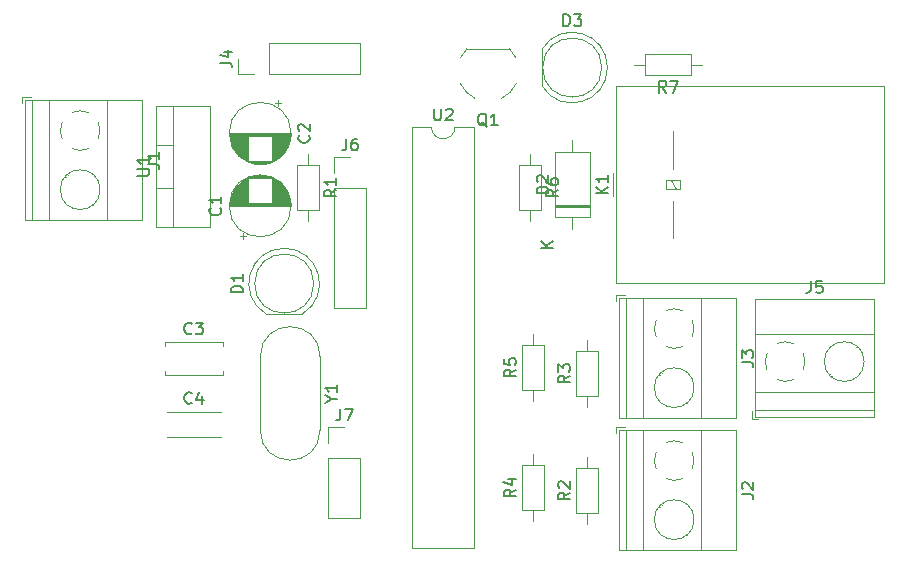
<source format=gbr>
%TF.GenerationSoftware,KiCad,Pcbnew,(5.1.12)-1*%
%TF.CreationDate,2022-04-15T18:24:28+05:30*%
%TF.ProjectId,piezo,7069657a-6f2e-46b6-9963-61645f706362,rev?*%
%TF.SameCoordinates,Original*%
%TF.FileFunction,Legend,Top*%
%TF.FilePolarity,Positive*%
%FSLAX46Y46*%
G04 Gerber Fmt 4.6, Leading zero omitted, Abs format (unit mm)*
G04 Created by KiCad (PCBNEW (5.1.12)-1) date 2022-04-15 18:24:28*
%MOMM*%
%LPD*%
G01*
G04 APERTURE LIST*
%ADD10C,0.120000*%
%ADD11C,0.150000*%
G04 APERTURE END LIST*
D10*
%TO.C,Q1*%
X93748000Y-74858000D02*
X90148000Y-74858000D01*
X89623816Y-75585205D02*
G75*
G02*
X90148000Y-74858000I2324184J-1122795D01*
G01*
X89592543Y-77806371D02*
G75*
G03*
X90838000Y-79058000I2355457J1098371D01*
G01*
X94315199Y-77811842D02*
G75*
G02*
X93088000Y-79058000I-2367199J1103842D01*
G01*
X94272184Y-75585205D02*
G75*
G03*
X93748000Y-74858000I-2324184J-1122795D01*
G01*
%TO.C,C4*%
X69286000Y-107735000D02*
X69286000Y-107750000D01*
X69286000Y-105610000D02*
X69286000Y-105625000D01*
X64746000Y-107735000D02*
X64746000Y-107750000D01*
X64746000Y-105610000D02*
X64746000Y-105625000D01*
X64746000Y-107750000D02*
X69286000Y-107750000D01*
X64746000Y-105610000D02*
X69286000Y-105610000D01*
%TO.C,C3*%
X69486000Y-102147000D02*
X69486000Y-102462000D01*
X69486000Y-99722000D02*
X69486000Y-100037000D01*
X64546000Y-102147000D02*
X64546000Y-102462000D01*
X64546000Y-99722000D02*
X64546000Y-100037000D01*
X64546000Y-102462000D02*
X69486000Y-102462000D01*
X64546000Y-99722000D02*
X69486000Y-99722000D01*
%TO.C,J7*%
X78426000Y-106874000D02*
X79756000Y-106874000D01*
X78426000Y-108204000D02*
X78426000Y-106874000D01*
X78426000Y-109474000D02*
X81086000Y-109474000D01*
X81086000Y-109474000D02*
X81086000Y-114614000D01*
X78426000Y-109474000D02*
X78426000Y-114614000D01*
X78426000Y-114614000D02*
X81086000Y-114614000D01*
%TO.C,J6*%
X78934000Y-84014000D02*
X80264000Y-84014000D01*
X78934000Y-85344000D02*
X78934000Y-84014000D01*
X78934000Y-86614000D02*
X81594000Y-86614000D01*
X81594000Y-86614000D02*
X81594000Y-96834000D01*
X78934000Y-86614000D02*
X78934000Y-96834000D01*
X78934000Y-96834000D02*
X81594000Y-96834000D01*
%TO.C,Y1*%
X72659000Y-100915000D02*
X72659000Y-107165000D01*
X77709000Y-100915000D02*
X77709000Y-107165000D01*
X72659000Y-107165000D02*
G75*
G03*
X77709000Y-107165000I2525000J0D01*
G01*
X72659000Y-100915000D02*
G75*
G02*
X77709000Y-100915000I2525000J0D01*
G01*
%TO.C,U2*%
X90788000Y-81474000D02*
X89138000Y-81474000D01*
X90788000Y-117154000D02*
X90788000Y-81474000D01*
X85488000Y-117154000D02*
X90788000Y-117154000D01*
X85488000Y-81474000D02*
X85488000Y-117154000D01*
X87138000Y-81474000D02*
X85488000Y-81474000D01*
X89138000Y-81474000D02*
G75*
G02*
X87138000Y-81474000I-1000000J0D01*
G01*
%TO.C,U1*%
X63786000Y-82985000D02*
X65296000Y-82985000D01*
X63786000Y-86686000D02*
X65296000Y-86686000D01*
X65296000Y-89956000D02*
X65296000Y-79716000D01*
X63786000Y-79716000D02*
X68427000Y-79716000D01*
X63786000Y-89956000D02*
X68427000Y-89956000D01*
X68427000Y-89956000D02*
X68427000Y-79716000D01*
X63786000Y-89956000D02*
X63786000Y-79716000D01*
%TO.C,R7*%
X104318000Y-76200000D02*
X105268000Y-76200000D01*
X110058000Y-76200000D02*
X109108000Y-76200000D01*
X105268000Y-77120000D02*
X109108000Y-77120000D01*
X105268000Y-75280000D02*
X105268000Y-77120000D01*
X109108000Y-75280000D02*
X105268000Y-75280000D01*
X109108000Y-77120000D02*
X109108000Y-75280000D01*
%TO.C,R6*%
X95504000Y-89484000D02*
X95504000Y-88534000D01*
X95504000Y-83744000D02*
X95504000Y-84694000D01*
X96424000Y-88534000D02*
X96424000Y-84694000D01*
X94584000Y-88534000D02*
X96424000Y-88534000D01*
X94584000Y-84694000D02*
X94584000Y-88534000D01*
X96424000Y-84694000D02*
X94584000Y-84694000D01*
%TO.C,R5*%
X95758000Y-98984000D02*
X95758000Y-99934000D01*
X95758000Y-104724000D02*
X95758000Y-103774000D01*
X94838000Y-99934000D02*
X94838000Y-103774000D01*
X96678000Y-99934000D02*
X94838000Y-99934000D01*
X96678000Y-103774000D02*
X96678000Y-99934000D01*
X94838000Y-103774000D02*
X96678000Y-103774000D01*
%TO.C,R4*%
X95758000Y-109144000D02*
X95758000Y-110094000D01*
X95758000Y-114884000D02*
X95758000Y-113934000D01*
X94838000Y-110094000D02*
X94838000Y-113934000D01*
X96678000Y-110094000D02*
X94838000Y-110094000D01*
X96678000Y-113934000D02*
X96678000Y-110094000D01*
X94838000Y-113934000D02*
X96678000Y-113934000D01*
%TO.C,R3*%
X100330000Y-99492000D02*
X100330000Y-100442000D01*
X100330000Y-105232000D02*
X100330000Y-104282000D01*
X99410000Y-100442000D02*
X99410000Y-104282000D01*
X101250000Y-100442000D02*
X99410000Y-100442000D01*
X101250000Y-104282000D02*
X101250000Y-100442000D01*
X99410000Y-104282000D02*
X101250000Y-104282000D01*
%TO.C,R2*%
X100330000Y-109398000D02*
X100330000Y-110348000D01*
X100330000Y-115138000D02*
X100330000Y-114188000D01*
X99410000Y-110348000D02*
X99410000Y-114188000D01*
X101250000Y-110348000D02*
X99410000Y-110348000D01*
X101250000Y-114188000D02*
X101250000Y-110348000D01*
X99410000Y-114188000D02*
X101250000Y-114188000D01*
%TO.C,R1*%
X76708000Y-89484000D02*
X76708000Y-88534000D01*
X76708000Y-83744000D02*
X76708000Y-84694000D01*
X77628000Y-88534000D02*
X77628000Y-84694000D01*
X75788000Y-88534000D02*
X77628000Y-88534000D01*
X75788000Y-84694000D02*
X75788000Y-88534000D01*
X77628000Y-84694000D02*
X75788000Y-84694000D01*
%TO.C,K1*%
X107610000Y-85010000D02*
X107610000Y-81860000D01*
X107610000Y-90860000D02*
X107610000Y-87710000D01*
X102500000Y-87360000D02*
X102500000Y-85360000D01*
X108210000Y-86710000D02*
X108210000Y-86010000D01*
X107010000Y-86710000D02*
X108210000Y-86710000D01*
X107010000Y-86010000D02*
X107010000Y-86710000D01*
X108210000Y-86010000D02*
X107010000Y-86010000D01*
X107810000Y-86710000D02*
X107410000Y-86010000D01*
X125460000Y-94710000D02*
X125460000Y-78010000D01*
X102760000Y-94710000D02*
X125460000Y-94710000D01*
X102760000Y-78010000D02*
X102760000Y-94710000D01*
X125460000Y-78010000D02*
X102760000Y-78010000D01*
%TO.C,J5*%
X114294000Y-106246000D02*
X114794000Y-106246000D01*
X114294000Y-105506000D02*
X114294000Y-106246000D01*
X120867000Y-102369000D02*
X120820000Y-102415000D01*
X123164000Y-100071000D02*
X123129000Y-100107000D01*
X121060000Y-102585000D02*
X121025000Y-102620000D01*
X123369000Y-100277000D02*
X123322000Y-100323000D01*
X124654000Y-96085000D02*
X124654000Y-106006000D01*
X114534000Y-96085000D02*
X114534000Y-106006000D01*
X114534000Y-106006000D02*
X124654000Y-106006000D01*
X114534000Y-96085000D02*
X124654000Y-96085000D01*
X114534000Y-99045000D02*
X124654000Y-99045000D01*
X114534000Y-103946000D02*
X124654000Y-103946000D01*
X114534000Y-105446000D02*
X124654000Y-105446000D01*
X123774000Y-101346000D02*
G75*
G03*
X123774000Y-101346000I-1680000J0D01*
G01*
X117122805Y-103026253D02*
G75*
G02*
X116410000Y-102881000I-28805J1680253D01*
G01*
X115558574Y-102029042D02*
G75*
G02*
X115559000Y-100662000I1535426J683042D01*
G01*
X116410958Y-99810574D02*
G75*
G02*
X117778000Y-99811000I683042J-1535426D01*
G01*
X118629426Y-100662958D02*
G75*
G02*
X118629000Y-102030000I-1535426J-683042D01*
G01*
X117777318Y-102880756D02*
G75*
G02*
X117094000Y-103026000I-683318J1534756D01*
G01*
%TO.C,J4*%
X70806000Y-77022000D02*
X70806000Y-75692000D01*
X72136000Y-77022000D02*
X70806000Y-77022000D01*
X73406000Y-77022000D02*
X73406000Y-74362000D01*
X73406000Y-74362000D02*
X81086000Y-74362000D01*
X73406000Y-77022000D02*
X81086000Y-77022000D01*
X81086000Y-77022000D02*
X81086000Y-74362000D01*
%TO.C,J3*%
X102796000Y-95752000D02*
X102796000Y-96252000D01*
X103536000Y-95752000D02*
X102796000Y-95752000D01*
X106673000Y-102325000D02*
X106627000Y-102278000D01*
X108971000Y-104622000D02*
X108935000Y-104587000D01*
X106457000Y-102518000D02*
X106422000Y-102483000D01*
X108765000Y-104827000D02*
X108719000Y-104780000D01*
X112957000Y-106112000D02*
X103036000Y-106112000D01*
X112957000Y-95992000D02*
X103036000Y-95992000D01*
X103036000Y-95992000D02*
X103036000Y-106112000D01*
X112957000Y-95992000D02*
X112957000Y-106112000D01*
X109997000Y-95992000D02*
X109997000Y-106112000D01*
X105096000Y-95992000D02*
X105096000Y-106112000D01*
X103596000Y-95992000D02*
X103596000Y-106112000D01*
X109376000Y-103552000D02*
G75*
G03*
X109376000Y-103552000I-1680000J0D01*
G01*
X106015747Y-98580805D02*
G75*
G02*
X106161000Y-97868000I1680253J28805D01*
G01*
X107012958Y-97016574D02*
G75*
G02*
X108380000Y-97017000I683042J-1535426D01*
G01*
X109231426Y-97868958D02*
G75*
G02*
X109231000Y-99236000I-1535426J-683042D01*
G01*
X108379042Y-100087426D02*
G75*
G02*
X107012000Y-100087000I-683042J1535426D01*
G01*
X106161244Y-99235318D02*
G75*
G02*
X106016000Y-98552000I1534756J683318D01*
G01*
%TO.C,J2*%
X102796000Y-106928000D02*
X102796000Y-107428000D01*
X103536000Y-106928000D02*
X102796000Y-106928000D01*
X106673000Y-113501000D02*
X106627000Y-113454000D01*
X108971000Y-115798000D02*
X108935000Y-115763000D01*
X106457000Y-113694000D02*
X106422000Y-113659000D01*
X108765000Y-116003000D02*
X108719000Y-115956000D01*
X112957000Y-117288000D02*
X103036000Y-117288000D01*
X112957000Y-107168000D02*
X103036000Y-107168000D01*
X103036000Y-107168000D02*
X103036000Y-117288000D01*
X112957000Y-107168000D02*
X112957000Y-117288000D01*
X109997000Y-107168000D02*
X109997000Y-117288000D01*
X105096000Y-107168000D02*
X105096000Y-117288000D01*
X103596000Y-107168000D02*
X103596000Y-117288000D01*
X109376000Y-114728000D02*
G75*
G03*
X109376000Y-114728000I-1680000J0D01*
G01*
X106015747Y-109756805D02*
G75*
G02*
X106161000Y-109044000I1680253J28805D01*
G01*
X107012958Y-108192574D02*
G75*
G02*
X108380000Y-108193000I683042J-1535426D01*
G01*
X109231426Y-109044958D02*
G75*
G02*
X109231000Y-110412000I-1535426J-683042D01*
G01*
X108379042Y-111263426D02*
G75*
G02*
X107012000Y-111263000I-683042J1535426D01*
G01*
X106161244Y-110411318D02*
G75*
G02*
X106016000Y-109728000I1534756J683318D01*
G01*
%TO.C,J1*%
X52504000Y-78988000D02*
X52504000Y-79488000D01*
X53244000Y-78988000D02*
X52504000Y-78988000D01*
X56381000Y-85561000D02*
X56335000Y-85514000D01*
X58679000Y-87858000D02*
X58643000Y-87823000D01*
X56165000Y-85754000D02*
X56130000Y-85719000D01*
X58473000Y-88063000D02*
X58427000Y-88016000D01*
X62665000Y-89348000D02*
X52744000Y-89348000D01*
X62665000Y-79228000D02*
X52744000Y-79228000D01*
X52744000Y-79228000D02*
X52744000Y-89348000D01*
X62665000Y-79228000D02*
X62665000Y-89348000D01*
X59705000Y-79228000D02*
X59705000Y-89348000D01*
X54804000Y-79228000D02*
X54804000Y-89348000D01*
X53304000Y-79228000D02*
X53304000Y-89348000D01*
X59084000Y-86788000D02*
G75*
G03*
X59084000Y-86788000I-1680000J0D01*
G01*
X55723747Y-81816805D02*
G75*
G02*
X55869000Y-81104000I1680253J28805D01*
G01*
X56720958Y-80252574D02*
G75*
G02*
X58088000Y-80253000I683042J-1535426D01*
G01*
X58939426Y-81104958D02*
G75*
G02*
X58939000Y-82472000I-1535426J-683042D01*
G01*
X58087042Y-83323426D02*
G75*
G02*
X56720000Y-83323000I-683042J1535426D01*
G01*
X55869244Y-82471318D02*
G75*
G02*
X55724000Y-81788000I1534756J683318D01*
G01*
%TO.C,D3*%
X96500000Y-74909000D02*
X96500000Y-77999000D01*
X101560000Y-76454000D02*
G75*
G03*
X101560000Y-76454000I-2500000J0D01*
G01*
X102050000Y-76453538D02*
G75*
G02*
X96500000Y-77998830I-2990000J-462D01*
G01*
X102050000Y-76454462D02*
G75*
G03*
X96500000Y-74909170I-2990000J462D01*
G01*
%TO.C,D2*%
X97590000Y-88300000D02*
X100530000Y-88300000D01*
X97590000Y-88060000D02*
X100530000Y-88060000D01*
X97590000Y-88180000D02*
X100530000Y-88180000D01*
X99060000Y-82620000D02*
X99060000Y-83640000D01*
X99060000Y-90100000D02*
X99060000Y-89080000D01*
X97590000Y-83640000D02*
X97590000Y-89080000D01*
X100530000Y-83640000D02*
X97590000Y-83640000D01*
X100530000Y-89080000D02*
X100530000Y-83640000D01*
X97590000Y-89080000D02*
X100530000Y-89080000D01*
%TO.C,D1*%
X73131000Y-97302000D02*
X76221000Y-97302000D01*
X77176000Y-94742000D02*
G75*
G03*
X77176000Y-94742000I-2500000J0D01*
G01*
X74675538Y-91752000D02*
G75*
G02*
X76220830Y-97302000I462J-2990000D01*
G01*
X74676462Y-91752000D02*
G75*
G03*
X73131170Y-97302000I-462J-2990000D01*
G01*
%TO.C,C2*%
X74369000Y-79467225D02*
X73869000Y-79467225D01*
X74119000Y-79217225D02*
X74119000Y-79717225D01*
X72928000Y-84623000D02*
X72360000Y-84623000D01*
X73162000Y-84583000D02*
X72126000Y-84583000D01*
X73321000Y-84543000D02*
X71967000Y-84543000D01*
X73449000Y-84503000D02*
X71839000Y-84503000D01*
X73559000Y-84463000D02*
X71729000Y-84463000D01*
X73655000Y-84423000D02*
X71633000Y-84423000D01*
X73742000Y-84383000D02*
X71546000Y-84383000D01*
X73822000Y-84343000D02*
X71466000Y-84343000D01*
X71604000Y-84303000D02*
X71393000Y-84303000D01*
X73895000Y-84303000D02*
X73684000Y-84303000D01*
X71604000Y-84263000D02*
X71325000Y-84263000D01*
X73963000Y-84263000D02*
X73684000Y-84263000D01*
X71604000Y-84223000D02*
X71261000Y-84223000D01*
X74027000Y-84223000D02*
X73684000Y-84223000D01*
X71604000Y-84183000D02*
X71201000Y-84183000D01*
X74087000Y-84183000D02*
X73684000Y-84183000D01*
X71604000Y-84143000D02*
X71144000Y-84143000D01*
X74144000Y-84143000D02*
X73684000Y-84143000D01*
X71604000Y-84103000D02*
X71090000Y-84103000D01*
X74198000Y-84103000D02*
X73684000Y-84103000D01*
X71604000Y-84063000D02*
X71039000Y-84063000D01*
X74249000Y-84063000D02*
X73684000Y-84063000D01*
X71604000Y-84023000D02*
X70991000Y-84023000D01*
X74297000Y-84023000D02*
X73684000Y-84023000D01*
X71604000Y-83983000D02*
X70945000Y-83983000D01*
X74343000Y-83983000D02*
X73684000Y-83983000D01*
X71604000Y-83943000D02*
X70901000Y-83943000D01*
X74387000Y-83943000D02*
X73684000Y-83943000D01*
X71604000Y-83903000D02*
X70859000Y-83903000D01*
X74429000Y-83903000D02*
X73684000Y-83903000D01*
X71604000Y-83863000D02*
X70818000Y-83863000D01*
X74470000Y-83863000D02*
X73684000Y-83863000D01*
X71604000Y-83823000D02*
X70780000Y-83823000D01*
X74508000Y-83823000D02*
X73684000Y-83823000D01*
X71604000Y-83783000D02*
X70743000Y-83783000D01*
X74545000Y-83783000D02*
X73684000Y-83783000D01*
X71604000Y-83743000D02*
X70707000Y-83743000D01*
X74581000Y-83743000D02*
X73684000Y-83743000D01*
X71604000Y-83703000D02*
X70673000Y-83703000D01*
X74615000Y-83703000D02*
X73684000Y-83703000D01*
X71604000Y-83663000D02*
X70640000Y-83663000D01*
X74648000Y-83663000D02*
X73684000Y-83663000D01*
X71604000Y-83623000D02*
X70609000Y-83623000D01*
X74679000Y-83623000D02*
X73684000Y-83623000D01*
X71604000Y-83583000D02*
X70579000Y-83583000D01*
X74709000Y-83583000D02*
X73684000Y-83583000D01*
X71604000Y-83543000D02*
X70549000Y-83543000D01*
X74739000Y-83543000D02*
X73684000Y-83543000D01*
X71604000Y-83503000D02*
X70522000Y-83503000D01*
X74766000Y-83503000D02*
X73684000Y-83503000D01*
X71604000Y-83463000D02*
X70495000Y-83463000D01*
X74793000Y-83463000D02*
X73684000Y-83463000D01*
X71604000Y-83423000D02*
X70469000Y-83423000D01*
X74819000Y-83423000D02*
X73684000Y-83423000D01*
X71604000Y-83383000D02*
X70444000Y-83383000D01*
X74844000Y-83383000D02*
X73684000Y-83383000D01*
X71604000Y-83343000D02*
X70420000Y-83343000D01*
X74868000Y-83343000D02*
X73684000Y-83343000D01*
X71604000Y-83303000D02*
X70397000Y-83303000D01*
X74891000Y-83303000D02*
X73684000Y-83303000D01*
X71604000Y-83263000D02*
X70376000Y-83263000D01*
X74912000Y-83263000D02*
X73684000Y-83263000D01*
X71604000Y-83223000D02*
X70354000Y-83223000D01*
X74934000Y-83223000D02*
X73684000Y-83223000D01*
X71604000Y-83183000D02*
X70334000Y-83183000D01*
X74954000Y-83183000D02*
X73684000Y-83183000D01*
X71604000Y-83143000D02*
X70315000Y-83143000D01*
X74973000Y-83143000D02*
X73684000Y-83143000D01*
X71604000Y-83103000D02*
X70296000Y-83103000D01*
X74992000Y-83103000D02*
X73684000Y-83103000D01*
X71604000Y-83063000D02*
X70279000Y-83063000D01*
X75009000Y-83063000D02*
X73684000Y-83063000D01*
X71604000Y-83023000D02*
X70262000Y-83023000D01*
X75026000Y-83023000D02*
X73684000Y-83023000D01*
X71604000Y-82983000D02*
X70246000Y-82983000D01*
X75042000Y-82983000D02*
X73684000Y-82983000D01*
X71604000Y-82943000D02*
X70230000Y-82943000D01*
X75058000Y-82943000D02*
X73684000Y-82943000D01*
X71604000Y-82903000D02*
X70216000Y-82903000D01*
X75072000Y-82903000D02*
X73684000Y-82903000D01*
X71604000Y-82863000D02*
X70202000Y-82863000D01*
X75086000Y-82863000D02*
X73684000Y-82863000D01*
X71604000Y-82823000D02*
X70189000Y-82823000D01*
X75099000Y-82823000D02*
X73684000Y-82823000D01*
X71604000Y-82783000D02*
X70176000Y-82783000D01*
X75112000Y-82783000D02*
X73684000Y-82783000D01*
X71604000Y-82743000D02*
X70164000Y-82743000D01*
X75124000Y-82743000D02*
X73684000Y-82743000D01*
X71604000Y-82702000D02*
X70153000Y-82702000D01*
X75135000Y-82702000D02*
X73684000Y-82702000D01*
X71604000Y-82662000D02*
X70143000Y-82662000D01*
X75145000Y-82662000D02*
X73684000Y-82662000D01*
X71604000Y-82622000D02*
X70133000Y-82622000D01*
X75155000Y-82622000D02*
X73684000Y-82622000D01*
X71604000Y-82582000D02*
X70124000Y-82582000D01*
X75164000Y-82582000D02*
X73684000Y-82582000D01*
X71604000Y-82542000D02*
X70116000Y-82542000D01*
X75172000Y-82542000D02*
X73684000Y-82542000D01*
X71604000Y-82502000D02*
X70108000Y-82502000D01*
X75180000Y-82502000D02*
X73684000Y-82502000D01*
X71604000Y-82462000D02*
X70101000Y-82462000D01*
X75187000Y-82462000D02*
X73684000Y-82462000D01*
X71604000Y-82422000D02*
X70094000Y-82422000D01*
X75194000Y-82422000D02*
X73684000Y-82422000D01*
X71604000Y-82382000D02*
X70088000Y-82382000D01*
X75200000Y-82382000D02*
X73684000Y-82382000D01*
X71604000Y-82342000D02*
X70083000Y-82342000D01*
X75205000Y-82342000D02*
X73684000Y-82342000D01*
X71604000Y-82302000D02*
X70079000Y-82302000D01*
X75209000Y-82302000D02*
X73684000Y-82302000D01*
X71604000Y-82262000D02*
X70075000Y-82262000D01*
X75213000Y-82262000D02*
X73684000Y-82262000D01*
X75217000Y-82222000D02*
X70071000Y-82222000D01*
X75220000Y-82182000D02*
X70068000Y-82182000D01*
X75222000Y-82142000D02*
X70066000Y-82142000D01*
X75223000Y-82102000D02*
X70065000Y-82102000D01*
X75224000Y-82062000D02*
X70064000Y-82062000D01*
X75224000Y-82022000D02*
X70064000Y-82022000D01*
X75264000Y-82022000D02*
G75*
G03*
X75264000Y-82022000I-2620000J0D01*
G01*
%TO.C,C1*%
X70919000Y-90712775D02*
X71419000Y-90712775D01*
X71169000Y-90962775D02*
X71169000Y-90462775D01*
X72360000Y-85557000D02*
X72928000Y-85557000D01*
X72126000Y-85597000D02*
X73162000Y-85597000D01*
X71967000Y-85637000D02*
X73321000Y-85637000D01*
X71839000Y-85677000D02*
X73449000Y-85677000D01*
X71729000Y-85717000D02*
X73559000Y-85717000D01*
X71633000Y-85757000D02*
X73655000Y-85757000D01*
X71546000Y-85797000D02*
X73742000Y-85797000D01*
X71466000Y-85837000D02*
X73822000Y-85837000D01*
X73684000Y-85877000D02*
X73895000Y-85877000D01*
X71393000Y-85877000D02*
X71604000Y-85877000D01*
X73684000Y-85917000D02*
X73963000Y-85917000D01*
X71325000Y-85917000D02*
X71604000Y-85917000D01*
X73684000Y-85957000D02*
X74027000Y-85957000D01*
X71261000Y-85957000D02*
X71604000Y-85957000D01*
X73684000Y-85997000D02*
X74087000Y-85997000D01*
X71201000Y-85997000D02*
X71604000Y-85997000D01*
X73684000Y-86037000D02*
X74144000Y-86037000D01*
X71144000Y-86037000D02*
X71604000Y-86037000D01*
X73684000Y-86077000D02*
X74198000Y-86077000D01*
X71090000Y-86077000D02*
X71604000Y-86077000D01*
X73684000Y-86117000D02*
X74249000Y-86117000D01*
X71039000Y-86117000D02*
X71604000Y-86117000D01*
X73684000Y-86157000D02*
X74297000Y-86157000D01*
X70991000Y-86157000D02*
X71604000Y-86157000D01*
X73684000Y-86197000D02*
X74343000Y-86197000D01*
X70945000Y-86197000D02*
X71604000Y-86197000D01*
X73684000Y-86237000D02*
X74387000Y-86237000D01*
X70901000Y-86237000D02*
X71604000Y-86237000D01*
X73684000Y-86277000D02*
X74429000Y-86277000D01*
X70859000Y-86277000D02*
X71604000Y-86277000D01*
X73684000Y-86317000D02*
X74470000Y-86317000D01*
X70818000Y-86317000D02*
X71604000Y-86317000D01*
X73684000Y-86357000D02*
X74508000Y-86357000D01*
X70780000Y-86357000D02*
X71604000Y-86357000D01*
X73684000Y-86397000D02*
X74545000Y-86397000D01*
X70743000Y-86397000D02*
X71604000Y-86397000D01*
X73684000Y-86437000D02*
X74581000Y-86437000D01*
X70707000Y-86437000D02*
X71604000Y-86437000D01*
X73684000Y-86477000D02*
X74615000Y-86477000D01*
X70673000Y-86477000D02*
X71604000Y-86477000D01*
X73684000Y-86517000D02*
X74648000Y-86517000D01*
X70640000Y-86517000D02*
X71604000Y-86517000D01*
X73684000Y-86557000D02*
X74679000Y-86557000D01*
X70609000Y-86557000D02*
X71604000Y-86557000D01*
X73684000Y-86597000D02*
X74709000Y-86597000D01*
X70579000Y-86597000D02*
X71604000Y-86597000D01*
X73684000Y-86637000D02*
X74739000Y-86637000D01*
X70549000Y-86637000D02*
X71604000Y-86637000D01*
X73684000Y-86677000D02*
X74766000Y-86677000D01*
X70522000Y-86677000D02*
X71604000Y-86677000D01*
X73684000Y-86717000D02*
X74793000Y-86717000D01*
X70495000Y-86717000D02*
X71604000Y-86717000D01*
X73684000Y-86757000D02*
X74819000Y-86757000D01*
X70469000Y-86757000D02*
X71604000Y-86757000D01*
X73684000Y-86797000D02*
X74844000Y-86797000D01*
X70444000Y-86797000D02*
X71604000Y-86797000D01*
X73684000Y-86837000D02*
X74868000Y-86837000D01*
X70420000Y-86837000D02*
X71604000Y-86837000D01*
X73684000Y-86877000D02*
X74891000Y-86877000D01*
X70397000Y-86877000D02*
X71604000Y-86877000D01*
X73684000Y-86917000D02*
X74912000Y-86917000D01*
X70376000Y-86917000D02*
X71604000Y-86917000D01*
X73684000Y-86957000D02*
X74934000Y-86957000D01*
X70354000Y-86957000D02*
X71604000Y-86957000D01*
X73684000Y-86997000D02*
X74954000Y-86997000D01*
X70334000Y-86997000D02*
X71604000Y-86997000D01*
X73684000Y-87037000D02*
X74973000Y-87037000D01*
X70315000Y-87037000D02*
X71604000Y-87037000D01*
X73684000Y-87077000D02*
X74992000Y-87077000D01*
X70296000Y-87077000D02*
X71604000Y-87077000D01*
X73684000Y-87117000D02*
X75009000Y-87117000D01*
X70279000Y-87117000D02*
X71604000Y-87117000D01*
X73684000Y-87157000D02*
X75026000Y-87157000D01*
X70262000Y-87157000D02*
X71604000Y-87157000D01*
X73684000Y-87197000D02*
X75042000Y-87197000D01*
X70246000Y-87197000D02*
X71604000Y-87197000D01*
X73684000Y-87237000D02*
X75058000Y-87237000D01*
X70230000Y-87237000D02*
X71604000Y-87237000D01*
X73684000Y-87277000D02*
X75072000Y-87277000D01*
X70216000Y-87277000D02*
X71604000Y-87277000D01*
X73684000Y-87317000D02*
X75086000Y-87317000D01*
X70202000Y-87317000D02*
X71604000Y-87317000D01*
X73684000Y-87357000D02*
X75099000Y-87357000D01*
X70189000Y-87357000D02*
X71604000Y-87357000D01*
X73684000Y-87397000D02*
X75112000Y-87397000D01*
X70176000Y-87397000D02*
X71604000Y-87397000D01*
X73684000Y-87437000D02*
X75124000Y-87437000D01*
X70164000Y-87437000D02*
X71604000Y-87437000D01*
X73684000Y-87478000D02*
X75135000Y-87478000D01*
X70153000Y-87478000D02*
X71604000Y-87478000D01*
X73684000Y-87518000D02*
X75145000Y-87518000D01*
X70143000Y-87518000D02*
X71604000Y-87518000D01*
X73684000Y-87558000D02*
X75155000Y-87558000D01*
X70133000Y-87558000D02*
X71604000Y-87558000D01*
X73684000Y-87598000D02*
X75164000Y-87598000D01*
X70124000Y-87598000D02*
X71604000Y-87598000D01*
X73684000Y-87638000D02*
X75172000Y-87638000D01*
X70116000Y-87638000D02*
X71604000Y-87638000D01*
X73684000Y-87678000D02*
X75180000Y-87678000D01*
X70108000Y-87678000D02*
X71604000Y-87678000D01*
X73684000Y-87718000D02*
X75187000Y-87718000D01*
X70101000Y-87718000D02*
X71604000Y-87718000D01*
X73684000Y-87758000D02*
X75194000Y-87758000D01*
X70094000Y-87758000D02*
X71604000Y-87758000D01*
X73684000Y-87798000D02*
X75200000Y-87798000D01*
X70088000Y-87798000D02*
X71604000Y-87798000D01*
X73684000Y-87838000D02*
X75205000Y-87838000D01*
X70083000Y-87838000D02*
X71604000Y-87838000D01*
X73684000Y-87878000D02*
X75209000Y-87878000D01*
X70079000Y-87878000D02*
X71604000Y-87878000D01*
X73684000Y-87918000D02*
X75213000Y-87918000D01*
X70075000Y-87918000D02*
X71604000Y-87918000D01*
X70071000Y-87958000D02*
X75217000Y-87958000D01*
X70068000Y-87998000D02*
X75220000Y-87998000D01*
X70066000Y-88038000D02*
X75222000Y-88038000D01*
X70065000Y-88078000D02*
X75223000Y-88078000D01*
X70064000Y-88118000D02*
X75224000Y-88118000D01*
X70064000Y-88158000D02*
X75224000Y-88158000D01*
X75264000Y-88158000D02*
G75*
G03*
X75264000Y-88158000I-2620000J0D01*
G01*
%TO.C,Q1*%
D11*
X91842761Y-81445619D02*
X91747523Y-81398000D01*
X91652285Y-81302761D01*
X91509428Y-81159904D01*
X91414190Y-81112285D01*
X91318952Y-81112285D01*
X91366571Y-81350380D02*
X91271333Y-81302761D01*
X91176095Y-81207523D01*
X91128476Y-81017047D01*
X91128476Y-80683714D01*
X91176095Y-80493238D01*
X91271333Y-80398000D01*
X91366571Y-80350380D01*
X91557047Y-80350380D01*
X91652285Y-80398000D01*
X91747523Y-80493238D01*
X91795142Y-80683714D01*
X91795142Y-81017047D01*
X91747523Y-81207523D01*
X91652285Y-81302761D01*
X91557047Y-81350380D01*
X91366571Y-81350380D01*
X92747523Y-81350380D02*
X92176095Y-81350380D01*
X92461809Y-81350380D02*
X92461809Y-80350380D01*
X92366571Y-80493238D01*
X92271333Y-80588476D01*
X92176095Y-80636095D01*
%TO.C,C4*%
X66849333Y-104837142D02*
X66801714Y-104884761D01*
X66658857Y-104932380D01*
X66563619Y-104932380D01*
X66420761Y-104884761D01*
X66325523Y-104789523D01*
X66277904Y-104694285D01*
X66230285Y-104503809D01*
X66230285Y-104360952D01*
X66277904Y-104170476D01*
X66325523Y-104075238D01*
X66420761Y-103980000D01*
X66563619Y-103932380D01*
X66658857Y-103932380D01*
X66801714Y-103980000D01*
X66849333Y-104027619D01*
X67706476Y-104265714D02*
X67706476Y-104932380D01*
X67468380Y-103884761D02*
X67230285Y-104599047D01*
X67849333Y-104599047D01*
%TO.C,C3*%
X66849333Y-98949142D02*
X66801714Y-98996761D01*
X66658857Y-99044380D01*
X66563619Y-99044380D01*
X66420761Y-98996761D01*
X66325523Y-98901523D01*
X66277904Y-98806285D01*
X66230285Y-98615809D01*
X66230285Y-98472952D01*
X66277904Y-98282476D01*
X66325523Y-98187238D01*
X66420761Y-98092000D01*
X66563619Y-98044380D01*
X66658857Y-98044380D01*
X66801714Y-98092000D01*
X66849333Y-98139619D01*
X67182666Y-98044380D02*
X67801714Y-98044380D01*
X67468380Y-98425333D01*
X67611238Y-98425333D01*
X67706476Y-98472952D01*
X67754095Y-98520571D01*
X67801714Y-98615809D01*
X67801714Y-98853904D01*
X67754095Y-98949142D01*
X67706476Y-98996761D01*
X67611238Y-99044380D01*
X67325523Y-99044380D01*
X67230285Y-98996761D01*
X67182666Y-98949142D01*
%TO.C,J7*%
X79422666Y-105326380D02*
X79422666Y-106040666D01*
X79375047Y-106183523D01*
X79279809Y-106278761D01*
X79136952Y-106326380D01*
X79041714Y-106326380D01*
X79803619Y-105326380D02*
X80470285Y-105326380D01*
X80041714Y-106326380D01*
%TO.C,J6*%
X79930666Y-82466380D02*
X79930666Y-83180666D01*
X79883047Y-83323523D01*
X79787809Y-83418761D01*
X79644952Y-83466380D01*
X79549714Y-83466380D01*
X80835428Y-82466380D02*
X80644952Y-82466380D01*
X80549714Y-82514000D01*
X80502095Y-82561619D01*
X80406857Y-82704476D01*
X80359238Y-82894952D01*
X80359238Y-83275904D01*
X80406857Y-83371142D01*
X80454476Y-83418761D01*
X80549714Y-83466380D01*
X80740190Y-83466380D01*
X80835428Y-83418761D01*
X80883047Y-83371142D01*
X80930666Y-83275904D01*
X80930666Y-83037809D01*
X80883047Y-82942571D01*
X80835428Y-82894952D01*
X80740190Y-82847333D01*
X80549714Y-82847333D01*
X80454476Y-82894952D01*
X80406857Y-82942571D01*
X80359238Y-83037809D01*
%TO.C,Y1*%
X78685190Y-104516190D02*
X79161380Y-104516190D01*
X78161380Y-104849523D02*
X78685190Y-104516190D01*
X78161380Y-104182857D01*
X79161380Y-103325714D02*
X79161380Y-103897142D01*
X79161380Y-103611428D02*
X78161380Y-103611428D01*
X78304238Y-103706666D01*
X78399476Y-103801904D01*
X78447095Y-103897142D01*
%TO.C,U2*%
X87376095Y-79926380D02*
X87376095Y-80735904D01*
X87423714Y-80831142D01*
X87471333Y-80878761D01*
X87566571Y-80926380D01*
X87757047Y-80926380D01*
X87852285Y-80878761D01*
X87899904Y-80831142D01*
X87947523Y-80735904D01*
X87947523Y-79926380D01*
X88376095Y-80021619D02*
X88423714Y-79974000D01*
X88518952Y-79926380D01*
X88757047Y-79926380D01*
X88852285Y-79974000D01*
X88899904Y-80021619D01*
X88947523Y-80116857D01*
X88947523Y-80212095D01*
X88899904Y-80354952D01*
X88328476Y-80926380D01*
X88947523Y-80926380D01*
%TO.C,U1*%
X62238380Y-85597904D02*
X63047904Y-85597904D01*
X63143142Y-85550285D01*
X63190761Y-85502666D01*
X63238380Y-85407428D01*
X63238380Y-85216952D01*
X63190761Y-85121714D01*
X63143142Y-85074095D01*
X63047904Y-85026476D01*
X62238380Y-85026476D01*
X63238380Y-84026476D02*
X63238380Y-84597904D01*
X63238380Y-84312190D02*
X62238380Y-84312190D01*
X62381238Y-84407428D01*
X62476476Y-84502666D01*
X62524095Y-84597904D01*
%TO.C,R7*%
X107021333Y-78572380D02*
X106688000Y-78096190D01*
X106449904Y-78572380D02*
X106449904Y-77572380D01*
X106830857Y-77572380D01*
X106926095Y-77620000D01*
X106973714Y-77667619D01*
X107021333Y-77762857D01*
X107021333Y-77905714D01*
X106973714Y-78000952D01*
X106926095Y-78048571D01*
X106830857Y-78096190D01*
X106449904Y-78096190D01*
X107354666Y-77572380D02*
X108021333Y-77572380D01*
X107592761Y-78572380D01*
%TO.C,R6*%
X97876380Y-86780666D02*
X97400190Y-87114000D01*
X97876380Y-87352095D02*
X96876380Y-87352095D01*
X96876380Y-86971142D01*
X96924000Y-86875904D01*
X96971619Y-86828285D01*
X97066857Y-86780666D01*
X97209714Y-86780666D01*
X97304952Y-86828285D01*
X97352571Y-86875904D01*
X97400190Y-86971142D01*
X97400190Y-87352095D01*
X96876380Y-85923523D02*
X96876380Y-86114000D01*
X96924000Y-86209238D01*
X96971619Y-86256857D01*
X97114476Y-86352095D01*
X97304952Y-86399714D01*
X97685904Y-86399714D01*
X97781142Y-86352095D01*
X97828761Y-86304476D01*
X97876380Y-86209238D01*
X97876380Y-86018761D01*
X97828761Y-85923523D01*
X97781142Y-85875904D01*
X97685904Y-85828285D01*
X97447809Y-85828285D01*
X97352571Y-85875904D01*
X97304952Y-85923523D01*
X97257333Y-86018761D01*
X97257333Y-86209238D01*
X97304952Y-86304476D01*
X97352571Y-86352095D01*
X97447809Y-86399714D01*
%TO.C,R5*%
X94290380Y-102020666D02*
X93814190Y-102354000D01*
X94290380Y-102592095D02*
X93290380Y-102592095D01*
X93290380Y-102211142D01*
X93338000Y-102115904D01*
X93385619Y-102068285D01*
X93480857Y-102020666D01*
X93623714Y-102020666D01*
X93718952Y-102068285D01*
X93766571Y-102115904D01*
X93814190Y-102211142D01*
X93814190Y-102592095D01*
X93290380Y-101115904D02*
X93290380Y-101592095D01*
X93766571Y-101639714D01*
X93718952Y-101592095D01*
X93671333Y-101496857D01*
X93671333Y-101258761D01*
X93718952Y-101163523D01*
X93766571Y-101115904D01*
X93861809Y-101068285D01*
X94099904Y-101068285D01*
X94195142Y-101115904D01*
X94242761Y-101163523D01*
X94290380Y-101258761D01*
X94290380Y-101496857D01*
X94242761Y-101592095D01*
X94195142Y-101639714D01*
%TO.C,R4*%
X94290380Y-112180666D02*
X93814190Y-112514000D01*
X94290380Y-112752095D02*
X93290380Y-112752095D01*
X93290380Y-112371142D01*
X93338000Y-112275904D01*
X93385619Y-112228285D01*
X93480857Y-112180666D01*
X93623714Y-112180666D01*
X93718952Y-112228285D01*
X93766571Y-112275904D01*
X93814190Y-112371142D01*
X93814190Y-112752095D01*
X93623714Y-111323523D02*
X94290380Y-111323523D01*
X93242761Y-111561619D02*
X93957047Y-111799714D01*
X93957047Y-111180666D01*
%TO.C,R3*%
X98862380Y-102528666D02*
X98386190Y-102862000D01*
X98862380Y-103100095D02*
X97862380Y-103100095D01*
X97862380Y-102719142D01*
X97910000Y-102623904D01*
X97957619Y-102576285D01*
X98052857Y-102528666D01*
X98195714Y-102528666D01*
X98290952Y-102576285D01*
X98338571Y-102623904D01*
X98386190Y-102719142D01*
X98386190Y-103100095D01*
X97862380Y-102195333D02*
X97862380Y-101576285D01*
X98243333Y-101909619D01*
X98243333Y-101766761D01*
X98290952Y-101671523D01*
X98338571Y-101623904D01*
X98433809Y-101576285D01*
X98671904Y-101576285D01*
X98767142Y-101623904D01*
X98814761Y-101671523D01*
X98862380Y-101766761D01*
X98862380Y-102052476D01*
X98814761Y-102147714D01*
X98767142Y-102195333D01*
%TO.C,R2*%
X98862380Y-112434666D02*
X98386190Y-112768000D01*
X98862380Y-113006095D02*
X97862380Y-113006095D01*
X97862380Y-112625142D01*
X97910000Y-112529904D01*
X97957619Y-112482285D01*
X98052857Y-112434666D01*
X98195714Y-112434666D01*
X98290952Y-112482285D01*
X98338571Y-112529904D01*
X98386190Y-112625142D01*
X98386190Y-113006095D01*
X97957619Y-112053714D02*
X97910000Y-112006095D01*
X97862380Y-111910857D01*
X97862380Y-111672761D01*
X97910000Y-111577523D01*
X97957619Y-111529904D01*
X98052857Y-111482285D01*
X98148095Y-111482285D01*
X98290952Y-111529904D01*
X98862380Y-112101333D01*
X98862380Y-111482285D01*
%TO.C,R1*%
X79080380Y-86780666D02*
X78604190Y-87114000D01*
X79080380Y-87352095D02*
X78080380Y-87352095D01*
X78080380Y-86971142D01*
X78128000Y-86875904D01*
X78175619Y-86828285D01*
X78270857Y-86780666D01*
X78413714Y-86780666D01*
X78508952Y-86828285D01*
X78556571Y-86875904D01*
X78604190Y-86971142D01*
X78604190Y-87352095D01*
X79080380Y-85828285D02*
X79080380Y-86399714D01*
X79080380Y-86114000D02*
X78080380Y-86114000D01*
X78223238Y-86209238D01*
X78318476Y-86304476D01*
X78366095Y-86399714D01*
%TO.C,K1*%
X102062380Y-87098095D02*
X101062380Y-87098095D01*
X102062380Y-86526666D02*
X101490952Y-86955238D01*
X101062380Y-86526666D02*
X101633809Y-87098095D01*
X102062380Y-85574285D02*
X102062380Y-86145714D01*
X102062380Y-85860000D02*
X101062380Y-85860000D01*
X101205238Y-85955238D01*
X101300476Y-86050476D01*
X101348095Y-86145714D01*
%TO.C,J5*%
X119260666Y-94538380D02*
X119260666Y-95252666D01*
X119213047Y-95395523D01*
X119117809Y-95490761D01*
X118974952Y-95538380D01*
X118879714Y-95538380D01*
X120213047Y-94538380D02*
X119736857Y-94538380D01*
X119689238Y-95014571D01*
X119736857Y-94966952D01*
X119832095Y-94919333D01*
X120070190Y-94919333D01*
X120165428Y-94966952D01*
X120213047Y-95014571D01*
X120260666Y-95109809D01*
X120260666Y-95347904D01*
X120213047Y-95443142D01*
X120165428Y-95490761D01*
X120070190Y-95538380D01*
X119832095Y-95538380D01*
X119736857Y-95490761D01*
X119689238Y-95443142D01*
%TO.C,J4*%
X69258380Y-76025333D02*
X69972666Y-76025333D01*
X70115523Y-76072952D01*
X70210761Y-76168190D01*
X70258380Y-76311047D01*
X70258380Y-76406285D01*
X69591714Y-75120571D02*
X70258380Y-75120571D01*
X69210761Y-75358666D02*
X69925047Y-75596761D01*
X69925047Y-74977714D01*
%TO.C,J3*%
X113408380Y-101385333D02*
X114122666Y-101385333D01*
X114265523Y-101432952D01*
X114360761Y-101528190D01*
X114408380Y-101671047D01*
X114408380Y-101766285D01*
X113408380Y-101004380D02*
X113408380Y-100385333D01*
X113789333Y-100718666D01*
X113789333Y-100575809D01*
X113836952Y-100480571D01*
X113884571Y-100432952D01*
X113979809Y-100385333D01*
X114217904Y-100385333D01*
X114313142Y-100432952D01*
X114360761Y-100480571D01*
X114408380Y-100575809D01*
X114408380Y-100861523D01*
X114360761Y-100956761D01*
X114313142Y-101004380D01*
%TO.C,J2*%
X113408380Y-112561333D02*
X114122666Y-112561333D01*
X114265523Y-112608952D01*
X114360761Y-112704190D01*
X114408380Y-112847047D01*
X114408380Y-112942285D01*
X113503619Y-112132761D02*
X113456000Y-112085142D01*
X113408380Y-111989904D01*
X113408380Y-111751809D01*
X113456000Y-111656571D01*
X113503619Y-111608952D01*
X113598857Y-111561333D01*
X113694095Y-111561333D01*
X113836952Y-111608952D01*
X114408380Y-112180380D01*
X114408380Y-111561333D01*
%TO.C,J1*%
X63116380Y-84621333D02*
X63830666Y-84621333D01*
X63973523Y-84668952D01*
X64068761Y-84764190D01*
X64116380Y-84907047D01*
X64116380Y-85002285D01*
X64116380Y-83621333D02*
X64116380Y-84192761D01*
X64116380Y-83907047D02*
X63116380Y-83907047D01*
X63259238Y-84002285D01*
X63354476Y-84097523D01*
X63402095Y-84192761D01*
%TO.C,D3*%
X98321904Y-72946380D02*
X98321904Y-71946380D01*
X98560000Y-71946380D01*
X98702857Y-71994000D01*
X98798095Y-72089238D01*
X98845714Y-72184476D01*
X98893333Y-72374952D01*
X98893333Y-72517809D01*
X98845714Y-72708285D01*
X98798095Y-72803523D01*
X98702857Y-72898761D01*
X98560000Y-72946380D01*
X98321904Y-72946380D01*
X99226666Y-71946380D02*
X99845714Y-71946380D01*
X99512380Y-72327333D01*
X99655238Y-72327333D01*
X99750476Y-72374952D01*
X99798095Y-72422571D01*
X99845714Y-72517809D01*
X99845714Y-72755904D01*
X99798095Y-72851142D01*
X99750476Y-72898761D01*
X99655238Y-72946380D01*
X99369523Y-72946380D01*
X99274285Y-72898761D01*
X99226666Y-72851142D01*
%TO.C,D2*%
X97042380Y-87098095D02*
X96042380Y-87098095D01*
X96042380Y-86860000D01*
X96090000Y-86717142D01*
X96185238Y-86621904D01*
X96280476Y-86574285D01*
X96470952Y-86526666D01*
X96613809Y-86526666D01*
X96804285Y-86574285D01*
X96899523Y-86621904D01*
X96994761Y-86717142D01*
X97042380Y-86860000D01*
X97042380Y-87098095D01*
X96137619Y-86145714D02*
X96090000Y-86098095D01*
X96042380Y-86002857D01*
X96042380Y-85764761D01*
X96090000Y-85669523D01*
X96137619Y-85621904D01*
X96232857Y-85574285D01*
X96328095Y-85574285D01*
X96470952Y-85621904D01*
X97042380Y-86193333D01*
X97042380Y-85574285D01*
X97412380Y-91701904D02*
X96412380Y-91701904D01*
X97412380Y-91130476D02*
X96840952Y-91559047D01*
X96412380Y-91130476D02*
X96983809Y-91701904D01*
%TO.C,D1*%
X71168380Y-95480095D02*
X70168380Y-95480095D01*
X70168380Y-95242000D01*
X70216000Y-95099142D01*
X70311238Y-95003904D01*
X70406476Y-94956285D01*
X70596952Y-94908666D01*
X70739809Y-94908666D01*
X70930285Y-94956285D01*
X71025523Y-95003904D01*
X71120761Y-95099142D01*
X71168380Y-95242000D01*
X71168380Y-95480095D01*
X71168380Y-93956285D02*
X71168380Y-94527714D01*
X71168380Y-94242000D02*
X70168380Y-94242000D01*
X70311238Y-94337238D01*
X70406476Y-94432476D01*
X70454095Y-94527714D01*
%TO.C,C2*%
X76751142Y-82188666D02*
X76798761Y-82236285D01*
X76846380Y-82379142D01*
X76846380Y-82474380D01*
X76798761Y-82617238D01*
X76703523Y-82712476D01*
X76608285Y-82760095D01*
X76417809Y-82807714D01*
X76274952Y-82807714D01*
X76084476Y-82760095D01*
X75989238Y-82712476D01*
X75894000Y-82617238D01*
X75846380Y-82474380D01*
X75846380Y-82379142D01*
X75894000Y-82236285D01*
X75941619Y-82188666D01*
X75941619Y-81807714D02*
X75894000Y-81760095D01*
X75846380Y-81664857D01*
X75846380Y-81426761D01*
X75894000Y-81331523D01*
X75941619Y-81283904D01*
X76036857Y-81236285D01*
X76132095Y-81236285D01*
X76274952Y-81283904D01*
X76846380Y-81855333D01*
X76846380Y-81236285D01*
%TO.C,C1*%
X69251142Y-88324666D02*
X69298761Y-88372285D01*
X69346380Y-88515142D01*
X69346380Y-88610380D01*
X69298761Y-88753238D01*
X69203523Y-88848476D01*
X69108285Y-88896095D01*
X68917809Y-88943714D01*
X68774952Y-88943714D01*
X68584476Y-88896095D01*
X68489238Y-88848476D01*
X68394000Y-88753238D01*
X68346380Y-88610380D01*
X68346380Y-88515142D01*
X68394000Y-88372285D01*
X68441619Y-88324666D01*
X69346380Y-87372285D02*
X69346380Y-87943714D01*
X69346380Y-87658000D02*
X68346380Y-87658000D01*
X68489238Y-87753238D01*
X68584476Y-87848476D01*
X68632095Y-87943714D01*
%TD*%
M02*

</source>
